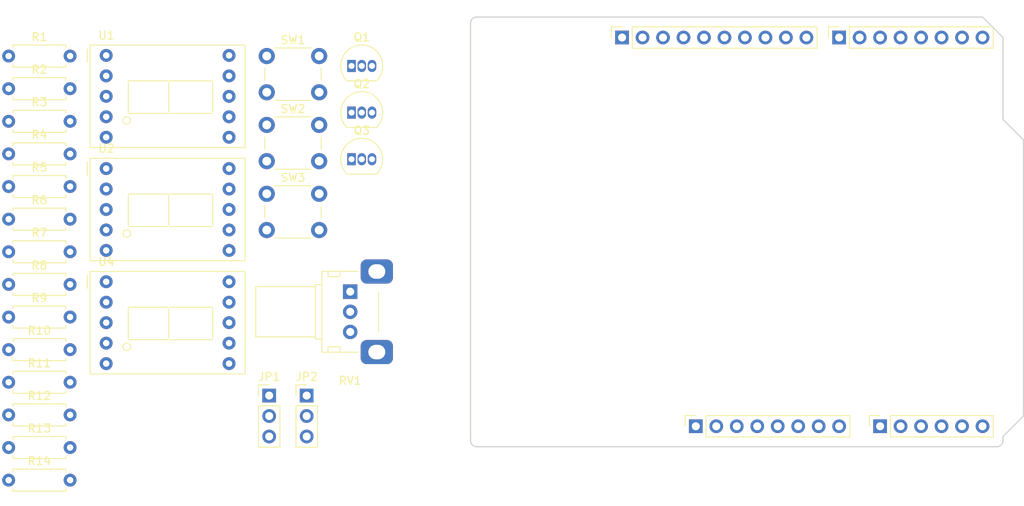
<source format=kicad_pcb>
(kicad_pcb (version 20240108) (generator "pcbnew") (generator_version "8.0")
  (title_block (date "mar. 31 mars 2015"))
  (layers (0 "F.Cu" signal) (31 "B.Cu" signal) (34 "B.Paste" user) (35 "F.Paste" user) (36 "B.SilkS" user "B.Silkscreen") (37 "F.SilkS" user "F.Silkscreen") (38 "B.Mask" user) (39 "F.Mask" user) (44 "Edge.Cuts" user))
  (net 0 "")
  (net 1 "GND")
  (net 3 "+5V")
  (net 4 "/IOREF")
  (net 5 "/A0")
  (net 6 "/A1")
  (net 7 "/A2")
  (net 8 "/A3")
  (net 9 "/SDA{slash}A4")
  (net 10 "/SCL{slash}A5")
  (net 11 "/13")
  (net 12 "/12")
  (net 13 "/AREF")
  (net 14 "/8")
  (net 15 "/7")
  (net 16 "/*11")
  (net 17 "/*10")
  (net 18 "/*9")
  (net 19 "/4")
  (net 20 "/2")
  (net 21 "/*6")
  (net 22 "/*5")
  (net 23 "/TX{slash}1")
  (net 24 "/*3")
  (net 25 "/RX{slash}0")
  (net 26 "+3V3")
  (net 27 "VCC")
  (net 28 "/~{RESET}")
  (net 29 "Net-(JP1-C)")
  (net 30 "Net-(JP2-C)")
  (net 31 "Net-(Q1-C)")
  (net 32 "Net-(Q1-B)")
  (net 33 "Net-(Q2-B)")
  (net 34 "Net-(Q2-C)")
  (net 35 "Net-(Q3-B)")
  (net 36 "Net-(Q3-C)")
  (net 37 "/R8")
  (net 38 "/R7")
  (net 39 "/R6")
  (net 40 "/R5")
  (net 41 "/R4")
  (net 42 "/R3")
  (net 43 "/R2")
  (net 44 "/R1")
  (net 45 "Net-(RV1-Pad1)")
  (footprint "Connector_PinSocket_2.54mm:PinSocket_1x08_P2.54mm_Vertical" (layer "F.Cu") (at 127.94 97.46 90)
    (property "Reference" "J1" (hide yes))
    (property "Value" "Power")
  )
  (footprint "Connector_PinSocket_2.54mm:PinSocket_1x06_P2.54mm_Vertical" (layer "F.Cu") (at 150.8 97.46 90)
    (property "Reference" "J3" (hide yes))
    (property "Value" "Analog")
  )
  (footprint "Connector_PinSocket_2.54mm:PinSocket_1x10_P2.54mm_Vertical" (layer "F.Cu") (at 118.796 49.2 90)
    (property "Reference" "J2" (hide yes))
    (property "Value" "Digital/PWM")
  )
  (footprint "Connector_PinSocket_2.54mm:PinSocket_1x08_P2.54mm_Vertical" (layer "F.Cu") (at 145.72 49.2 90)
    (property "Reference" "J4" (hide yes))
    (property "Value" "Digital/PWM")
  )
  (footprint "7SegmentAC:D1X8K_AC" (layer "F.Cu") (at 54.815 65.47)
    (property "Reference" "U2")
    (property "Value" "HDSP-7503")
  )
  (footprint "Button_Switch_THT:SW_PUSH_6mm_H4.3mm" (layer "F.Cu") (at 74.73 60.05)
    (property "Reference" "SW2")
    (property "Value" "SW_Push")
  )
  (footprint "Resistor_THT:R_Axial_DIN0207_L6.3mm_D2.5mm_P7.62mm_Horizontal" (layer "F.Cu") (at 42.72 104.15)
    (property "Reference" "R14")
    (property "Value" "R")
  )
  (footprint "Resistor_THT:R_Axial_DIN0207_L6.3mm_D2.5mm_P7.62mm_Horizontal" (layer "F.Cu") (at 42.72 67.7)
    (property "Reference" "R5")
    (property "Value" "R")
  )
  (footprint "7SegmentAC:D1X8K_AC" (layer "F.Cu") (at 54.815 51.42)
    (property "Reference" "U1")
    (property "Value" "HDSP-7503")
  )
  (footprint "Package_TO_SOT_THT:TO-92_Inline" (layer "F.Cu") (at 85.24 58.52)
    (property "Reference" "Q2")
    (property "Value" "BC548")
  )
  (footprint "Potentiometer_THT:Potentiometer_Alps_RK09K_Single_Horizontal" (layer "F.Cu") (at 85.08 80.75)
    (property "Reference" "RV1")
    (property "Value" "R_Potentiometer")
  )
  (footprint "Arduino_MountingHole:MountingHole_3.2mm" (layer "F.Cu") (at 115.24 49.2)
    (property "Reference" "MH1" (hide yes))
    (property "Value" "MountingHole_3.2mm" (hide yes))
  )
  (footprint "Resistor_THT:R_Axial_DIN0207_L6.3mm_D2.5mm_P7.62mm_Horizontal" (layer "F.Cu") (at 42.72 83.9)
    (property "Reference" "R9")
    (property "Value" "R")
  )
  (footprint "Button_Switch_THT:SW_PUSH_6mm_H4.3mm" (layer "F.Cu") (at 74.73 51.5)
    (property "Reference" "SW1")
    (property "Value" "SW_Push")
  )
  (footprint "Resistor_THT:R_Axial_DIN0207_L6.3mm_D2.5mm_P7.62mm_Horizontal" (layer "F.Cu") (at 42.72 63.65)
    (property "Reference" "R4")
    (property "Value" "R")
  )
  (footprint "Connector_PinHeader_2.54mm:PinHeader_1x03_P2.54mm_Vertical" (layer "F.Cu") (at 79.68 93.65)
    (property "Reference" "JP2")
    (property "Value" "Jumper_3_Open")
  )
  (footprint "Resistor_THT:R_Axial_DIN0207_L6.3mm_D2.5mm_P7.62mm_Horizontal" (layer "F.Cu") (at 42.72 51.5)
    (property "Reference" "R1")
    (property "Value" "R")
  )
  (footprint "Package_TO_SOT_THT:TO-92_Inline" (layer "F.Cu") (at 85.24 52.73)
    (property "Reference" "Q1")
    (property "Value" "BC548")
  )
  (footprint "Resistor_THT:R_Axial_DIN0207_L6.3mm_D2.5mm_P7.62mm_Horizontal" (layer "F.Cu") (at 42.72 71.75)
    (property "Reference" "R6")
    (property "Value" "R")
  )
  (footprint "Package_TO_SOT_THT:TO-92_Inline" (layer "F.Cu") (at 85.24 64.31)
    (property "Reference" "Q3")
    (property "Value" "BC548")
  )
  (footprint "Resistor_THT:R_Axial_DIN0207_L6.3mm_D2.5mm_P7.62mm_Horizontal" (layer "F.Cu") (at 42.72 92)
    (property "Reference" "R11")
    (property "Value" "R")
  )
  (footprint "Resistor_THT:R_Axial_DIN0207_L6.3mm_D2.5mm_P7.62mm_Horizontal" (layer "F.Cu") (at 42.72 55.55)
    (property "Reference" "R2")
    (property "Value" "R")
  )
  (footprint "Resistor_THT:R_Axial_DIN0207_L6.3mm_D2.5mm_P7.62mm_Horizontal" (layer "F.Cu") (at 42.72 79.85)
    (property "Reference" "R8")
    (property "Value" "R")
  )
  (footprint "Connector_PinHeader_2.54mm:PinHeader_1x03_P2.54mm_Vertical" (layer "F.Cu") (at 75.03 93.65)
    (property "Reference" "JP1")
    (property "Value" "Jumper_3_Open")
  )
  (footprint "Resistor_THT:R_Axial_DIN0207_L6.3mm_D2.5mm_P7.62mm_Horizontal" (layer "F.Cu") (at 42.72 100.1)
    (property "Reference" "R13")
    (property "Value" "R")
  )
  (footprint "Resistor_THT:R_Axial_DIN0207_L6.3mm_D2.5mm_P7.62mm_Horizontal" (layer "F.Cu") (at 42.72 59.6)
    (property "Reference" "R3")
    (property "Value" "R")
  )
  (footprint "7SegmentAC:D1X8K_AC" (layer "F.Cu") (at 54.815 79.52)
    (property "Reference" "U4")
    (property "Value" "HDSP-7503")
  )
  (footprint "Resistor_THT:R_Axial_DIN0207_L6.3mm_D2.5mm_P7.62mm_Horizontal" (layer "F.Cu") (at 42.72 87.95)
    (property "Reference" "R10")
    (property "Value" "R")
  )
  (footprint "Resistor_THT:R_Axial_DIN0207_L6.3mm_D2.5mm_P7.62mm_Horizontal" (layer "F.Cu") (at 42.72 75.8)
    (property "Reference" "R7")
    (property "Value" "R")
  )
  (footprint "Arduino_MountingHole:MountingHole_3.2mm" (layer "F.Cu") (at 113.97 97.46)
    (property "Reference" "MH2" (hide yes))
    (property "Value" "MountingHole_3.2mm" (hide yes))
  )
  (footprint "Resistor_THT:R_Axial_DIN0207_L6.3mm_D2.5mm_P7.62mm_Horizontal" (layer "F.Cu") (at 42.72 96.05)
    (property "Reference" "R12")
    (property "Value" "R")
  )
  (footprint "Button_Switch_THT:SW_PUSH_6mm_H4.3mm" (layer "F.Cu") (at 74.73 68.6)
    (property "Reference" "SW3")
    (property "Value" "SW_Push")
  )
  (footprint "Arduino_MountingHole:MountingHole_3.2mm" (layer "F.Cu") (at 166.04 64.44)
    (property "Reference" "MH3" (hide yes))
    (property "Value" "MountingHole_3.2mm" (hide yes))
  )
  (footprint "Arduino_MountingHole:MountingHole_3.2mm" (layer "F.Cu") (at 166.04 92.38)
    (property "Reference" "MH4" (hide yes))
    (property "Value" "MountingHole_3.2mm" (hide yes))
  )
  (gr_line (start 166.04 59.36) (end 168.58 61.9) (stroke (width 0.15)) (layer "Edge.Cuts"))
  (gr_line (start 100 99.238) (end 100 47.422) (stroke (width 0.15)) (layer "Edge.Cuts"))
  (gr_line (start 168.58 61.9) (end 168.58 96.19) (stroke (width 0.15)) (layer "Edge.Cuts"))
  (gr_line (start 165.278 100) (end 100.762 100) (stroke (width 0.15)) (layer "Edge.Cuts"))
  (gr_line (start 100.762 46.66) (end 163.5 46.66) (stroke (width 0.15)) (layer "Edge.Cuts"))
  (gr_arc (start 100.762 100) (mid 100.223185 99.776815) (end 100 99.238) (stroke (width 0.15)) (layer "Edge.Cuts"))
  (gr_line (start 168.58 96.19) (end 166.04 98.73) (stroke (width 0.15)) (layer "Edge.Cuts"))
  (gr_line (start 163.5 46.66) (end 166.04 49.2) (stroke (width 0.15)) (layer "Edge.Cuts"))
  (gr_arc (start 166.04 99.238) (mid 165.816815 99.776815) (end 165.278 100) (stroke (width 0.15)) (layer "Edge.Cuts"))
  (gr_line (start 166.04 49.2) (end 166.04 59.36) (stroke (width 0.15)) (layer "Edge.Cuts"))
  (gr_line (start 166.04 98.73) (end 166.04 99.238) (stroke (width 0.15)) (layer "Edge.Cuts"))
  (gr_arc (start 100 47.422) (mid 100.223185 46.883185) (end 100.762 46.66) (stroke (width 0.15)) (layer "Edge.Cuts"))
)
</source>
